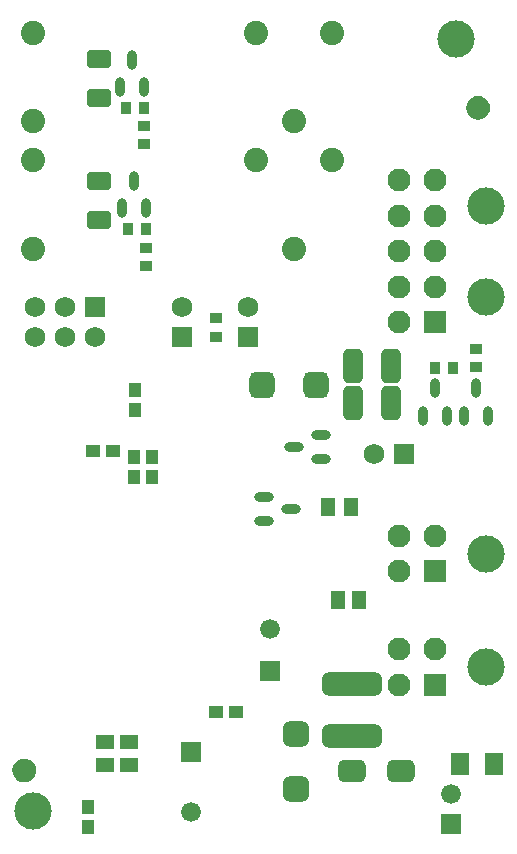
<source format=gbs>
G04 Layer_Color=16711935*
%FSLAX24Y24*%
%MOIN*%
G70*
G01*
G75*
%ADD70R,0.0454X0.0414*%
%ADD71R,0.0414X0.0335*%
%ADD72R,0.0414X0.0454*%
%ADD73R,0.0335X0.0414*%
%ADD75R,0.0513X0.0631*%
%ADD77O,0.0650X0.0341*%
%ADD78C,0.0532*%
G04:AMPARAMS|DCode=81|XSize=92.6mil|YSize=74.9mil|CornerRadius=20.2mil|HoleSize=0mil|Usage=FLASHONLY|Rotation=0.000|XOffset=0mil|YOffset=0mil|HoleType=Round|Shape=RoundedRectangle|*
%AMROUNDEDRECTD81*
21,1,0.0926,0.0344,0,0,0.0*
21,1,0.0522,0.0749,0,0,0.0*
1,1,0.0404,0.0261,-0.0172*
1,1,0.0404,-0.0261,-0.0172*
1,1,0.0404,-0.0261,0.0172*
1,1,0.0404,0.0261,0.0172*
%
%ADD81ROUNDEDRECTD81*%
G04:AMPARAMS|DCode=83|XSize=116.2mil|YSize=65mil|CornerRadius=17.8mil|HoleSize=0mil|Usage=FLASHONLY|Rotation=90.000|XOffset=0mil|YOffset=0mil|HoleType=Round|Shape=RoundedRectangle|*
%AMROUNDEDRECTD83*
21,1,0.1162,0.0295,0,0,90.0*
21,1,0.0807,0.0650,0,0,90.0*
1,1,0.0355,0.0148,0.0404*
1,1,0.0355,0.0148,-0.0404*
1,1,0.0355,-0.0148,-0.0404*
1,1,0.0355,-0.0148,0.0404*
%
%ADD83ROUNDEDRECTD83*%
G04:AMPARAMS|DCode=84|XSize=88.7mil|YSize=84.7mil|CornerRadius=22.7mil|HoleSize=0mil|Usage=FLASHONLY|Rotation=180.000|XOffset=0mil|YOffset=0mil|HoleType=Round|Shape=RoundedRectangle|*
%AMROUNDEDRECTD84*
21,1,0.0887,0.0394,0,0,180.0*
21,1,0.0433,0.0847,0,0,180.0*
1,1,0.0454,-0.0217,0.0197*
1,1,0.0454,0.0217,0.0197*
1,1,0.0454,0.0217,-0.0197*
1,1,0.0454,-0.0217,-0.0197*
%
%ADD84ROUNDEDRECTD84*%
%ADD85O,0.0341X0.0650*%
%ADD91R,0.0690X0.0690*%
%ADD92C,0.0690*%
%ADD93C,0.1241*%
%ADD94C,0.0768*%
%ADD95R,0.0768X0.0768*%
%ADD96C,0.0808*%
%ADD97C,0.0660*%
%ADD98R,0.0660X0.0660*%
%ADD99R,0.0690X0.0690*%
G04:AMPARAMS|DCode=100|XSize=88.7mil|YSize=84.7mil|CornerRadius=22.7mil|HoleSize=0mil|Usage=FLASHONLY|Rotation=270.000|XOffset=0mil|YOffset=0mil|HoleType=Round|Shape=RoundedRectangle|*
%AMROUNDEDRECTD100*
21,1,0.0887,0.0394,0,0,270.0*
21,1,0.0433,0.0847,0,0,270.0*
1,1,0.0454,-0.0197,-0.0217*
1,1,0.0454,-0.0197,0.0217*
1,1,0.0454,0.0197,0.0217*
1,1,0.0454,0.0197,-0.0217*
%
%ADD100ROUNDEDRECTD100*%
%ADD101R,0.0611X0.0473*%
%ADD102R,0.0611X0.0768*%
G04:AMPARAMS|DCode=103|XSize=200.9mil|YSize=76.8mil|CornerRadius=20.7mil|HoleSize=0mil|Usage=FLASHONLY|Rotation=180.000|XOffset=0mil|YOffset=0mil|HoleType=Round|Shape=RoundedRectangle|*
%AMROUNDEDRECTD103*
21,1,0.2009,0.0354,0,0,180.0*
21,1,0.1594,0.0768,0,0,180.0*
1,1,0.0414,-0.0797,0.0177*
1,1,0.0414,0.0797,0.0177*
1,1,0.0414,0.0797,-0.0177*
1,1,0.0414,-0.0797,-0.0177*
%
%ADD103ROUNDEDRECTD103*%
G04:AMPARAMS|DCode=104|XSize=57.2mil|YSize=78mil|CornerRadius=5.6mil|HoleSize=0mil|Usage=FLASHONLY|Rotation=270.000|XOffset=0mil|YOffset=0mil|HoleType=Round|Shape=RoundedRectangle|*
%AMROUNDEDRECTD104*
21,1,0.0572,0.0669,0,0,270.0*
21,1,0.0461,0.0780,0,0,270.0*
1,1,0.0111,-0.0335,-0.0230*
1,1,0.0111,-0.0335,0.0230*
1,1,0.0111,0.0335,0.0230*
1,1,0.0111,0.0335,-0.0230*
%
%ADD104ROUNDEDRECTD104*%
%ADD105R,0.0473X0.0611*%
G36*
X32613Y21988D02*
X32708Y21948D01*
X32791Y21885D01*
X32854Y21803D01*
X32893Y21707D01*
X32907Y21604D01*
X32893Y21502D01*
X32854Y21406D01*
X32791Y21324D01*
X32708Y21260D01*
X32613Y21221D01*
X32510Y21207D01*
X32407Y21221D01*
X32311Y21260D01*
X32229Y21324D01*
X32166Y21406D01*
X32126Y21502D01*
X32113Y21604D01*
X32126Y21707D01*
X32166Y21803D01*
X32229Y21885D01*
X32311Y21948D01*
X32407Y21988D01*
X32510Y22001D01*
X32613Y21988D01*
D02*
G37*
G36*
X47741Y44075D02*
X47836Y44035D01*
X47919Y43972D01*
X47982Y43889D01*
X48021Y43794D01*
X48035Y43691D01*
X48021Y43588D01*
X47982Y43492D01*
X47919Y43410D01*
X47836Y43347D01*
X47741Y43307D01*
X47638Y43294D01*
X47535Y43307D01*
X47439Y43347D01*
X47357Y43410D01*
X47294Y43492D01*
X47254Y43588D01*
X47241Y43691D01*
X47254Y43794D01*
X47294Y43889D01*
X47357Y43972D01*
X47439Y44035D01*
X47535Y44075D01*
X47638Y44088D01*
X47741Y44075D01*
D02*
G37*
D70*
X34813Y32254D02*
D03*
X35482D02*
D03*
X39567Y23543D02*
D03*
X38898D02*
D03*
D71*
Y36063D02*
D03*
Y36673D02*
D03*
X47569Y35659D02*
D03*
Y35049D02*
D03*
X36565Y38415D02*
D03*
Y39025D02*
D03*
X36506Y42470D02*
D03*
Y43080D02*
D03*
D72*
X36191Y33612D02*
D03*
Y34281D02*
D03*
X36781Y32058D02*
D03*
Y31388D02*
D03*
X36181Y31388D02*
D03*
Y32057D02*
D03*
X34646Y19724D02*
D03*
Y20394D02*
D03*
D73*
X46811Y35030D02*
D03*
X46201D02*
D03*
X35955Y39646D02*
D03*
X36565D02*
D03*
X35896Y43701D02*
D03*
X36506D02*
D03*
D75*
X43671Y27293D02*
D03*
X42963D02*
D03*
D77*
X42406Y32792D02*
D03*
Y31992D02*
D03*
X41496Y32392D02*
D03*
X40507Y29925D02*
D03*
Y30725D02*
D03*
X41417Y30325D02*
D03*
D78*
X47638Y43691D02*
D03*
X32510Y21604D02*
D03*
D81*
X45059Y21585D02*
D03*
X43445D02*
D03*
D83*
X44734Y35098D02*
D03*
X43474D02*
D03*
X44734Y33858D02*
D03*
X43474D02*
D03*
D84*
X41555Y20994D02*
D03*
Y22805D02*
D03*
D85*
X45804Y33435D02*
D03*
X46604D02*
D03*
X46204Y34345D02*
D03*
X47172Y33435D02*
D03*
X47972D02*
D03*
X47572Y34345D02*
D03*
X36561Y40350D02*
D03*
X35761D02*
D03*
X36161Y41260D02*
D03*
X36506Y44390D02*
D03*
X35706D02*
D03*
X36106Y45300D02*
D03*
D91*
X39980Y36063D02*
D03*
X37776D02*
D03*
D92*
X39980Y37063D02*
D03*
X37776D02*
D03*
X33868Y37057D02*
D03*
X34868Y36057D02*
D03*
X33868D02*
D03*
X32868Y37057D02*
D03*
Y36057D02*
D03*
X44157Y32146D02*
D03*
D93*
X46897Y46000D02*
D03*
X32802Y20252D02*
D03*
X47889Y25056D02*
D03*
Y28835D02*
D03*
X47900Y37400D02*
D03*
Y40431D02*
D03*
D94*
X45007Y24465D02*
D03*
Y25646D02*
D03*
X46188D02*
D03*
Y29426D02*
D03*
X45007D02*
D03*
Y28244D02*
D03*
X45018Y36554D02*
D03*
Y37735D02*
D03*
Y40097D02*
D03*
Y38916D02*
D03*
Y41278D02*
D03*
X46199Y37735D02*
D03*
Y40097D02*
D03*
Y38916D02*
D03*
Y41278D02*
D03*
D95*
X46188Y24465D02*
D03*
Y28244D02*
D03*
X46199Y36554D02*
D03*
D96*
X42761Y41950D02*
D03*
X41501Y38997D02*
D03*
X40241Y41950D02*
D03*
X32800D02*
D03*
Y38997D02*
D03*
X42761Y46200D02*
D03*
X41501Y43247D02*
D03*
X40241Y46200D02*
D03*
X32800D02*
D03*
Y43247D02*
D03*
D97*
X46739Y20829D02*
D03*
X40709Y26309D02*
D03*
X38061Y20226D02*
D03*
D98*
X46739Y19829D02*
D03*
X40709Y24931D02*
D03*
X38061Y22226D02*
D03*
D99*
X34868Y37057D02*
D03*
X45157Y32146D02*
D03*
D100*
X42234Y34459D02*
D03*
X40423D02*
D03*
D101*
X35217Y21801D02*
D03*
Y22549D02*
D03*
X36004Y21801D02*
D03*
Y22549D02*
D03*
D102*
X47028Y21831D02*
D03*
X48169D02*
D03*
D103*
X43445Y22736D02*
D03*
Y24469D02*
D03*
D104*
X35000Y45306D02*
D03*
Y44006D02*
D03*
Y41251D02*
D03*
Y39951D02*
D03*
D105*
X43396Y30384D02*
D03*
X42648D02*
D03*
M02*

</source>
